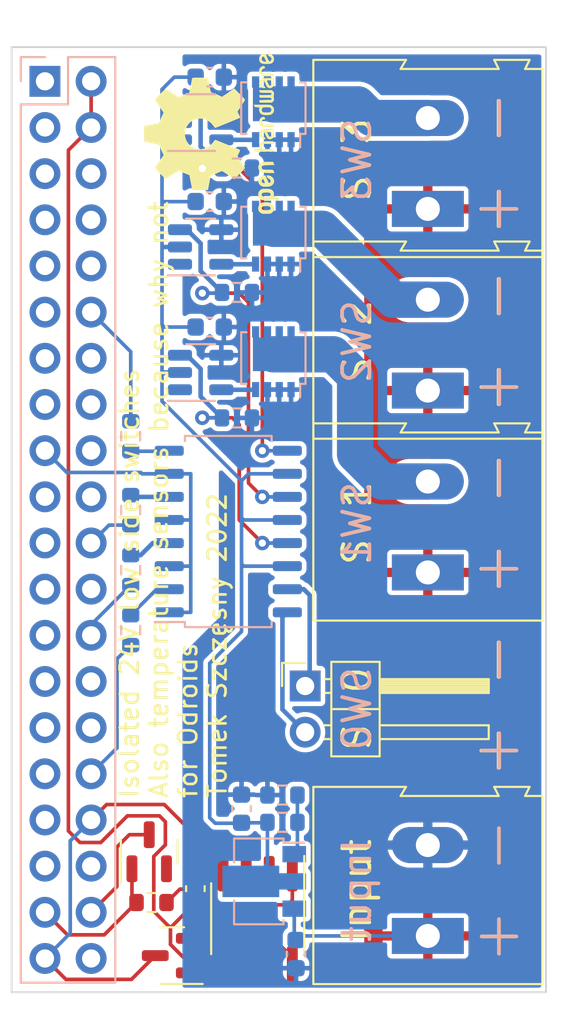
<source format=kicad_pcb>
(kicad_pcb (version 20211014) (generator pcbnew)
  (layers (0 "F.Cu" signal) (31 "B.Cu" signal) (34 "B.Paste" user) (35 "F.Paste" user) (36 "B.SilkS" user "B.Silkscreen") (37 "F.SilkS" user "F.Silkscreen") (38 "B.Mask" user) (39 "F.Mask" user) (44 "Edge.Cuts" user))
  (net 0 "")
  (net 1 "+12V")
  (net 2 "GNDPWR")
  (net 3 "+24V")
  (net 4 "GND")
  (net 5 "/ADC")
  (net 7 "+1V8")
  (net 8 "Net-(J7-Pad1)")
  (net 9 "Net-(J2-Pad2)")
  (net 10 "Net-(J3-Pad2)")
  (net 11 "+5V")
  (net 12 "Net-(J4-Pad2)")
  (net 15 "+3V3")
  (net 22 "/SW0")
  (net 24 "/SW1")
  (net 26 "/SW2")
  (net 28 "/SW3")
  (net 32 "Net-(J7-Pad2)")
  (net 33 "Net-(Q2-Pad4)")
  (net 34 "Net-(Q3-Pad4)")
  (net 35 "Net-(Q4-Pad4)")
  (net 40 "Net-(R6-Pad1)")
  (net 41 "Net-(R7-Pad1)")
  (net 42 "Net-(R8-Pad1)")
  (net 43 "Net-(R10-Pad2)")
  (net 53 "Net-(R11-Pad1)")
  (net 57 "Net-(R1-Pad2)")
  (net 58 "Net-(R2-Pad2)")
  (net 59 "Net-(R3-Pad2)")
  (net 67 "Net-(R4-Pad2)")
  (footprint "TerminalBlock:TerminalBlock_Altech_AK300-2_P5.00mm" (layer "F.Cu") (at 105.5 91.5 90)
    (fp_text reference "J6" hide)
    (fp_text value "Conn_01x02")
    (pad "1" thru_hole rect (at 0 0 90) (size 1.98 3.96) (drill 1.32) (layers *.Cu *.Mask) (net 3 "+24V"))
    (pad "2" thru_hole oval (at 5 0 90) (size 1.98 3.96) (drill 1.32) (layers *.Cu *.Mask) (net 2 "GNDPWR"))
  )
  (footprint "Symbol:OSHW-Logo2_9.8x8mm_SilkScreen" (layer "F.Cu") (at 93.599 47.371 90)
    (fp_text reference "LOGO1" hide)
    (fp_text value "Logo_Open_Hardware_Small" hide)
  )
  (footprint "Resistor_SMD:R_0603_1608Metric" (layer "F.Cu") (at 90.297 89.662 180)
    (fp_text reference "R11" hide)
    (fp_text value "100R")
    (pad "1" smd roundrect (at -0.825 0 180) (size 0.8 0.95) (layers "F.Cu" "F.Paste" "F.Mask") (net 53 "Net-(R11-Pad1)"))
    (pad "2" smd roundrect (at 0.825 0 180) (size 0.8 0.95) (layers "F.Cu" "F.Paste" "F.Mask") (net 5 "/ADC"))
  )
  (footprint "TerminalBlock:TerminalBlock_Altech_AK300-2_P5.00mm" (layer "F.Cu") (at 105.5 61.495 90)
    (fp_text reference "J3" hide)
    (fp_text value "Conn_01x02")
    (pad "1" thru_hole rect (at 0 0 90) (size 1.98 3.96) (drill 1.32) (layers *.Cu *.Mask) (net 3 "+24V"))
    (pad "2" thru_hole oval (at 5 0 90) (size 1.98 3.96) (drill 1.32) (layers *.Cu *.Mask) (net 10 "Net-(J3-Pad2)"))
  )
  (footprint "TerminalBlock:TerminalBlock_Altech_AK300-2_P5.00mm" (layer "F.Cu") (at 105.5 71.5 90)
    (fp_text reference "J2" hide)
    (fp_text value "Conn_01x02")
    (pad "1" thru_hole rect (at 0 0 90) (size 1.98 3.96) (drill 1.32) (layers *.Cu *.Mask) (net 3 "+24V"))
    (pad "2" thru_hole oval (at 5 0 90) (size 1.98 3.96) (drill 1.32) (layers *.Cu *.Mask) (net 9 "Net-(J2-Pad2)"))
  )
  (footprint "Package_TO_SOT_SMD:SOT-23" (layer "F.Cu") (at 91.44 92.583 180)
    (fp_text reference "U8" hide)
    (fp_text value "LM50CIM3")
    (pad "1" smd roundrect (at -0.9375 -0.95 180) (size 1.475 0.6) (layers "F.Cu" "F.Paste" "F.Mask") (net 11 "+5V"))
    (pad "2" smd roundrect (at -0.9375 0.95 180) (size 1.475 0.6) (layers "F.Cu" "F.Paste" "F.Mask") (net 53 "Net-(R11-Pad1)"))
    (pad "3" smd roundrect (at 0.9375 0 180) (size 1.475 0.6) (layers "F.Cu" "F.Paste" "F.Mask") (net 4 "GND"))
  )
  (footprint "Capacitor_SMD:C_0603_1608Metric" (layer "F.Cu") (at 92.71 88.9 90)
    (fp_text reference "C7" hide)
    (fp_text value "1u 10V")
    (pad "1" smd roundrect (at -0.775 0 90) (size 0.9 0.95) (layers "F.Cu" "F.Paste" "F.Mask") (net 11 "+5V"))
    (pad "2" smd roundrect (at 0.775 0 90) (size 0.9 0.95) (layers "F.Cu" "F.Paste" "F.Mask") (net 4 "GND"))
  )
  (footprint "Connector_PinHeader_2.54mm:PinHeader_1x02_P2.54mm_Horizontal" (layer "F.Cu") (at 98.75 77.75)
    (fp_text reference "J7" hide)
    (fp_text value "Conn_01x02")
    (pad "1" thru_hole rect (at 0 0) (size 1.7 1.7) (drill 1) (layers *.Cu *.Mask) (net 8 "Net-(J7-Pad1)"))
    (pad "2" thru_hole oval (at 0 2.54) (size 1.7 1.7) (drill 1) (layers *.Cu *.Mask) (net 32 "Net-(J7-Pad2)"))
  )
  (footprint "Package_SO:SOIC-8_3.9x4.9mm_P1.27mm" (layer "F.Cu") (at 96.139 90.551 -90)
    (fp_text reference "U9" hide)
    (fp_text value "LM35-D")
    (pad "1" smd roundrect (at -2.475 -1.905 270) (size 1.95 0.6) (layers "F.Cu" "F.Paste" "F.Mask") (net 53 "Net-(R11-Pad1)"))
    (pad "2" smd roundrect (at -2.475 -0.635 270) (size 1.95 0.6) (layers "F.Cu" "F.Paste" "F.Mask"))
    (pad "3" smd roundrect (at -2.475 0.635 270) (size 1.95 0.6) (layers "F.Cu" "F.Paste" "F.Mask"))
    (pad "4" smd roundrect (at -2.475 1.905 270) (size 1.95 0.6) (layers "F.Cu" "F.Paste" "F.Mask") (net 4 "GND"))
    (pad "5" smd roundrect (at 2.475 1.905 270) (size 1.95 0.6) (layers "F.Cu" "F.Paste" "F.Mask"))
    (pad "6" smd roundrect (at 2.475 0.635 270) (size 1.95 0.6) (layers "F.Cu" "F.Paste" "F.Mask"))
    (pad "7" smd roundrect (at 2.475 -0.635 270) (size 1.95 0.6) (layers "F.Cu" "F.Paste" "F.Mask"))
    (pad "8" smd roundrect (at 2.475 -1.905 270) (size 1.95 0.6) (layers "F.Cu" "F.Paste" "F.Mask") (net 11 "+5V"))
  )
  (footprint "Package_TO_SOT_SMD:SOT-23" (layer "F.Cu") (at 90.17 86.868 90)
    (fp_text reference "D1" hide)
    (fp_text value "BAT54C")
    (pad "1" smd roundrect (at -0.9375 -0.95 90) (size 1.475 0.6) (layers "F.Cu" "F.Paste" "F.Mask") (net 5 "/ADC"))
    (pad "2" smd roundrect (at -0.9375 0.95 90) (size 1.475 0.6) (layers "F.Cu" "F.Paste" "F.Mask"))
    (pad "3" smd roundrect (at 0.9375 0 90) (size 1.475 0.6) (layers "F.Cu" "F.Paste" "F.Mask") (net 7 "+1V8"))
  )
  (footprint "TerminalBlock:TerminalBlock_Altech_AK300-2_P5.00mm" (layer "F.Cu") (at 105.5 51.5 90)
    (fp_text reference "J4" hide)
    (fp_text value "Conn_01x02")
    (pad "1" thru_hole rect (at 0 0 90) (size 1.98 3.96) (drill 1.32) (layers *.Cu *.Mask) (net 3 "+24V"))
    (pad "2" thru_hole oval (at 5 0 90) (size 1.98 3.96) (drill 1.32) (layers *.Cu *.Mask) (net 12 "Net-(J4-Pad2)"))
  )
  (footprint "Package_TO_SOT_SMD:LFPAK33" (layer "B.Cu") (at 97 59.905 90)
    (fp_text reference "Q2" hide)
    (fp_text value "BUK7M10-40EX")
    (pad "1" smd rect (at -1.535 0.975 90) (size 0.83 0.4) (layers "B.Cu" "B.Mask") (net 2 "GNDPWR"))
    (pad "2" smd rect (at -1.535 0.325 90) (size 0.83 0.4) (layers "B.Cu" "B.Mask") (net 2 "GNDPWR"))
    (pad "3" smd rect (at -1.535 -0.325 90) (size 0.83 0.4) (layers "B.Cu" "B.Mask") (net 2 "GNDPWR"))
    (pad "4" smd rect (at -1.535 -0.975 90) (size 0.83 0.4) (layers "B.Cu" "B.Mask") (net 33 "Net-(Q2-Pad4)"))
    (pad "5" smd custom (at 0.405 0 90) (size 1.85 2.25) (layers "B.Cu" "B.Mask") (net 9 "Net-(J2-Pad2)") (options (clearance outline) (anchor rect)) (primitives (gr_poly (pts (xy 1.545 0.775) (xy 0.925 0.775) (xy 0.925 1.175) (xy 1.545 1.175)) (width 0) (fill yes)) (gr_poly (pts (xy 1.545 0.125) (xy 0.925 0.125) (xy 0.925 0.525) (xy 1.545 0.525)) (width 0) (fill yes)) (gr_poly (pts (xy 1.545 -0.525) (xy 0.925 -0.525) (xy 0.925 -0.125) (xy 1.545 -0.125)) (width 0) (fill yes)) (gr_poly (pts (xy 1.545 -1.175) (xy 0.925 -1.175) (xy 0.925 -0.775) (xy 1.545 -0.775)) (width 0) (fill yes))))
  )
  (footprint "Package_TO_SOT_SMD:LFPAK33" (layer "B.Cu") (at 97 53 90)
    (fp_text reference "Q3" hide)
    (fp_text value "BUK7M10-40EX")
    (pad "1" smd rect (at -1.535 0.975 90) (size 0.83 0.4) (layers "B.Cu" "B.Mask") (net 2 "GNDPWR"))
    (pad "2" smd rect (at -1.535 0.325 90) (size 0.83 0.4) (layers "B.Cu" "B.Mask") (net 2 "GNDPWR"))
    (pad "3" smd rect (at -1.535 -0.325 90) (size 0.83 0.4) (layers "B.Cu" "B.Mask") (net 2 "GNDPWR"))
    (pad "4" smd rect (at -1.535 -0.975 90) (size 0.83 0.4) (layers "B.Cu" "B.Mask") (net 34 "Net-(Q3-Pad4)"))
    (pad "5" smd custom (at 0.405 0 90) (size 1.85 2.25) (layers "B.Cu" "B.Mask") (net 10 "Net-(J3-Pad2)") (options (clearance outline) (anchor rect)) (primitives (gr_poly (pts (xy 1.545 0.775) (xy 0.925 0.775) (xy 0.925 1.175) (xy 1.545 1.175)) (width 0) (fill yes)) (gr_poly (pts (xy 1.545 0.125) (xy 0.925 0.125) (xy 0.925 0.525) (xy 1.545 0.525)) (width 0) (fill yes)) (gr_poly (pts (xy 1.545 -0.525) (xy 0.925 -0.525) (xy 0.925 -0.125) (xy 1.545 -0.125)) (width 0) (fill yes)) (gr_poly (pts (xy 1.545 -1.175) (xy 0.925 -1.175) (xy 0.925 -0.775) (xy 1.545 -0.775)) (width 0) (fill yes))))
  )
  (footprint "Package_TO_SOT_SMD:SOT-89-3" (layer "B.Cu") (at 96.5 88.5 180)
    (fp_text reference "U6" hide)
    (fp_text value "LM317L_SOT-89")
    (pad "1" smd rect (at -1.65 1.5 180) (size 1.3 0.9) (layers "B.Cu" "B.Paste" "B.Mask") (net 43 "Net-(R10-Pad2)"))
    (pad "2" smd custom (at -1.5625 0 180) (size 1.475 0.9) (layers "B.Cu" "B.Paste" "B.Mask") (net 1 "+12V") (options (clearance outline) (anchor rect)) (primitives (gr_poly (pts (xy 3.8625 -0.8665) (xy 0.7375 -0.8665) (xy 0.7375 0.8665) (xy 3.8625 0.8665)) (width 0) (fill yes))))
    (pad "3" smd rect (at -1.65 -1.5 180) (size 1.3 0.9) (layers "B.Cu" "B.Paste" "B.Mask") (net 3 "+24V"))
  )
  (footprint "Package_SO:SOIC-16_4.55x10.3mm_P1.27mm" (layer "B.Cu") (at 94.52 69.25)
    (fp_text reference "U1" hide)
    (fp_text value "TLP291-4")
    (pad "1" smd roundrect (at -3.25 4.445) (size 1.6 0.55) (layers "B.Cu" "B.Paste" "B.Mask") (net 15 "+3V3"))
    (pad "2" smd roundrect (at -3.25 3.175) (size 1.6 0.55) (layers "B.Cu" "B.Paste" "B.Mask") (net 57 "Net-(R1-Pad2)"))
    (pad "3" smd roundrect (at -3.25 1.905) (size 1.6 0.55) (layers "B.Cu" "B.Paste" "B.Mask") (net 15 "+3V3"))
    (pad "4" smd roundrect (at -3.25 0.635) (size 1.6 0.55) (layers "B.Cu" "B.Paste" "B.Mask") (net 58 "Net-(R2-Pad2)"))
    (pad "5" smd roundrect (at -3.25 -0.635) (size 1.6 0.55) (layers "B.Cu" "B.Paste" "B.Mask") (net 15 "+3V3"))
    (pad "6" smd roundrect (at -3.25 -1.905) (size 1.6 0.55) (layers "B.Cu" "B.Paste" "B.Mask") (net 59 "Net-(R3-Pad2)"))
    (pad "7" smd roundrect (at -3.25 -3.175) (size 1.6 0.55) (layers "B.Cu" "B.Paste" "B.Mask") (net 15 "+3V3"))
    (pad "8" smd roundrect (at -3.25 -4.445) (size 1.6 0.55) (layers "B.Cu" "B.Paste" "B.Mask") (net 67 "Net-(R4-Pad2)"))
    (pad "9" smd roundrect (at 3.25 -4.445) (size 1.6 0.55) (layers "B.Cu" "B.Paste" "B.Mask") (net 42 "Net-(R8-Pad1)"))
    (pad "10" smd roundrect (at 3.25 -3.175) (size 1.6 0.55) (layers "B.Cu" "B.Paste" "B.Mask") (net 1 "+12V"))
    (pad "11" smd roundrect (at 3.25 -1.905) (size 1.6 0.55) (layers "B.Cu" "B.Paste" "B.Mask") (net 41 "Net-(R7-Pad1)"))
    (pad "12" smd roundrect (at 3.25 -0.635) (size 1.6 0.55) (layers "B.Cu" "B.Paste" "B.Mask") (net 1 "+12V"))
    (pad "13" smd roundrect (at 3.25 0.635) (size 1.6 0.55) (layers "B.Cu" "B.Paste" "B.Mask") (net 40 "Net-(R6-Pad1)"))
    (pad "14" smd roundrect (at 3.25 1.905) (size 1.6 0.55) (layers "B.Cu" "B.Paste" "B.Mask") (net 1 "+12V"))
    (pad "15" smd roundrect (at 3.25 3.175) (size 1.6 0.55) (layers "B.Cu" "B.Paste" "B.Mask") (net 8 "Net-(J7-Pad1)"))
    (pad "16" smd roundrect (at 3.25 4.445) (size 1.6 0.55) (layers "B.Cu" "B.Paste" "B.Mask") (net 32 "Net-(J7-Pad2)"))
  )
  (footprint "Capacitor_SMD:C_0603_1608Metric" (layer "B.Cu") (at 93.5 51.095)
    (fp_text reference "C3" hide)
    (fp_text value "100n 25V")
    (pad "1" smd roundrect (at -0.775 0) (size 0.9 0.95) (layers "B.Cu" "B.Paste" "B.Mask") (net 1 "+12V"))
    (pad "2" smd roundrect (at 0.775 0) (size 0.9 0.95) (layers "B.Cu" "B.Paste" "B.Mask") (net 2 "GNDPWR"))
  )
  (footprint "Package_TO_SOT_SMD:SOT-23-5" (layer "B.Cu") (at 93 46.75)
    (fp_text reference "U5" hide)
    (fp_text value "MCP1416")
    (pad "1" smd roundrect (at -1.1375 0.95) (size 1.325 0.6) (layers "B.Cu" "B.Paste" "B.Mask"))
    (pad "2" smd roundrect (at -1.1375 0) (size 1.325 0.6) (layers "B.Cu" "B.Paste" "B.Mask") (net 1 "+12V"))
    (pad "3" smd roundrect (at -1.1375 -0.95) (size 1.325 0.6) (layers "B.Cu" "B.Paste" "B.Mask") (net 42 "Net-(R8-Pad1)"))
    (pad "4" smd roundrect (at 1.1375 -0.95) (size 1.325 0.6) (layers "B.Cu" "B.Paste" "B.Mask") (net 2 "GNDPWR"))
    (pad "5" smd roundrect (at 1.1375 0.95) (size 1.325 0.6) (layers "B.Cu" "B.Paste" "B.Mask") (net 35 "Net-(Q4-Pad4)"))
  )
  (footprint "Package_TO_SOT_SMD:LFPAK33" (layer "B.Cu") (at 97 46.155 90)
    (fp_text reference "Q4" hide)
    (fp_text value "BUK7M10-40EX")
    (pad "1" smd rect (at -1.535 0.975 90) (size 0.83 0.4) (layers "B.Cu" "B.Mask") (net 2 "GNDPWR"))
    (pad "2" smd rect (at -1.535 0.325 90) (size 0.83 0.4) (layers "B.Cu" "B.Mask") (net 2 "GNDPWR"))
    (pad "3" smd rect (at -1.535 -0.325 90) (size 0.83 0.4) (layers "B.Cu" "B.Mask") (net 2 "GNDPWR"))
    (pad "4" smd rect (at -1.535 -0.975 90) (size 0.83 0.4) (layers "B.Cu" "B.Mask") (net 35 "Net-(Q4-Pad4)"))
    (pad "5" smd custom (at 0.405 0 90) (size 1.85 2.25) (layers "B.Cu" "B.Mask") (net 12 "Net-(J4-Pad2)") (options (clearance outline) (anchor rect)) (primitives (gr_poly (pts (xy 1.545 0.775) (xy 0.925 0.775) (xy 0.925 1.175) (xy 1.545 1.175)) (width 0) (fill yes)) (gr_poly (pts (xy 1.545 0.125) (xy 0.925 0.125) (xy 0.925 0.525) (xy 1.545 0.525)) (width 0) (fill yes)) (gr_poly (pts (xy 1.545 -0.525) (xy 0.925 -0.525) (xy 0.925 -0.125) (xy 1.545 -0.125)) (width 0) (fill yes)) (gr_poly (pts (xy 1.545 -1.175) (xy 0.925 -1.175) (xy 0.925 -0.775) (xy 1.545 -0.775)) (width 0) (fill yes))))
  )
  (footprint "Package_TO_SOT_SMD:SOT-23-5" (layer "B.Cu") (at 93 53.595)
    (fp_text reference "U4" hide)
    (fp_text value "MCP1416")
    (pad "1" smd roundrect (at -1.1375 0.95) (size 1.325 0.6) (layers "B.Cu" "B.Paste" "B.Mask"))
    (pad "2" smd roundrect (at -1.1375 0) (size 1.325 0.6) (layers "B.Cu" "B.Paste" "B.Mask") (net 1 "+12V"))
    (pad "3" smd roundrect (at -1.1375 -0.95) (size 1.325 0.6) (layers "B.Cu" "B.Paste" "B.Mask") (net 41 "Net-(R7-Pad1)"))
    (pad "4" smd roundrect (at 1.1375 -0.95) (size 1.325 0.6) (layers "B.Cu" "B.Paste" "B.Mask") (net 2 "GNDPWR"))
    (pad "5" smd roundrect (at 1.1375 0.95) (size 1.325 0.6) (layers "B.Cu" "B.Paste" "B.Mask") (net 34 "Net-(Q3-Pad4)"))
  )
  (footprint "Resistor_SMD:R_0603_1608Metric" (layer "B.Cu") (at 89.154 71.374 90)
    (fp_text reference "R2" hide)
    (fp_text value "1k")
    (pad "1" smd roundrect (at -0.825 0 90) (size 0.8 0.95) (layers "B.Cu" "B.Paste" "B.Mask") (net 24 "/SW1"))
    (pad "2" smd roundrect (at 0.825 0 90) (size 0.8 0.95) (layers "B.Cu" "B.Paste" "B.Mask") (net 58 "Net-(R2-Pad2)"))
  )
  (footprint "Capacitor_SMD:C_0603_1608Metric" (layer "B.Cu") (at 95.25 84.5 90)
    (fp_text reference "C6" hide)
    (fp_text value "1u 25V")
    (pad "1" smd roundrect (at -0.775 0 90) (size 0.9 0.95) (layers "B.Cu" "B.Paste" "B.Mask") (net 1 "+12V"))
    (pad "2" smd roundrect (at 0.775 0 90) (size 0.9 0.95) (layers "B.Cu" "B.Paste" "B.Mask") (net 2 "GNDPWR"))
  )
  (footprint "Package_TO_SOT_SMD:SOT-23-5" (layer "B.Cu") (at 93 60.5)
    (fp_text reference "U3" hide)
    (fp_text value "MCP1416")
    (pad "1" smd roundrect (at -1.1375 0.95) (size 1.325 0.6) (layers "B.Cu" "B.Paste" "B.Mask"))
    (pad "2" smd roundrect (at -1.1375 0) (size 1.325 0.6) (layers "B.Cu" "B.Paste" "B.Mask") (net 1 "+12V"))
    (pad "3" smd roundrect (at -1.1375 -0.95) (size 1.325 0.6) (layers "B.Cu" "B.Paste" "B.Mask") (net 40 "Net-(R6-Pad1)"))
    (pad "4" smd roundrect (at 1.1375 -0.95) (size 1.325 0.6) (layers "B.Cu" "B.Paste" "B.Mask") (net 2 "GNDPWR"))
    (pad "5" smd roundrect (at 1.1375 0.95) (size 1.325 0.6) (layers "B.Cu" "B.Paste" "B.Mask") (net 33 "Net-(Q2-Pad4)"))
  )
  (footprint "Capacitor_SMD:C_0603_1608Metric" (layer "B.Cu") (at 93.5 58)
    (fp_text reference "C2" hide)
    (fp_text value "100n 25V")
    (pad "1" smd roundrect (at -0.775 0) (size 0.9 0.95) (layers "B.Cu" "B.Paste" "B.Mask") (net 1 "+12V"))
    (pad "2" smd roundrect (at 0.775 0) (size 0.9 0.95) (layers "B.Cu" "B.Paste" "B.Mask") (net 2 "GNDPWR"))
  )
  (footprint "Resistor_SMD:R_0603_1608Metric" (layer "B.Cu") (at 95 56.095)
    (fp_text reference "R7" hide)
    (fp_text value "10k")
    (pad "1" smd roundrect (at -0.825 0) (size 0.8 0.95) (layers "B.Cu" "B.Paste" "B.Mask") (net 41 "Net-(R7-Pad1)"))
    (pad "2" smd roundrect (at 0.825 0) (size 0.8 0.95) (layers "B.Cu" "B.Paste" "B.Mask") (net 2 "GNDPWR"))
  )
  (footprint "Resistor_SMD:R_0603_1608Metric" (layer "B.Cu") (at 97.5 85.25 180)
    (fp_text reference "R9" hide)
    (fp_text value "1k5")
    (pad "1" smd roundrect (at -0.825 0 180) (size 0.8 0.95) (layers "B.Cu" "B.Paste" "B.Mask") (net 43 "Net-(R10-Pad2)"))
    (pad "2" smd roundrect (at 0.825 0 180) (size 0.8 0.95) (layers "B.Cu" "B.Paste" "B.Mask") (net 1 "+12V"))
  )
  (footprint "Capacitor_SMD:C_0603_1608Metric" (layer "B.Cu") (at 93.5 44.25)
    (fp_text reference "C4" hide)
    (fp_text value "100n 25V")
    (pad "1" smd roundrect (at -0.775 0) (size 0.9 0.95) (layers "B.Cu" "B.Paste" "B.Mask") (net 1 "+12V"))
    (pad "2" smd roundrect (at 0.775 0) (size 0.9 0.95) (layers "B.Cu" "B.Paste" "B.Mask") (net 2 "GNDPWR"))
  )
  (footprint "Connector_PinSocket_2.54mm:PinSocket_2x20_P2.54mm_Vertical" (layer "B.Cu") (at 84.435 44.48 180)
    (fp_text reference "J5" hide)
    (fp_text value "SBC GPIO")
    (pad "1" thru_hole rect (at 0 0 180) (size 1.7 1.7) (drill 1) (layers *.Cu *.Mask))
    (pad "2" thru_hole oval (at -2.54 0 180) (size 1.7 1.7) (drill 1) (layers *.Cu *.Mask) (net 11 "+5V"))
    (pad "3" thru_hole oval (at 0 -2.54 180) (size 1.7 1.7) (drill 1) (layers *.Cu *.Mask))
    (pad "4" thru_hole oval (at -2.54 -2.54 180) (size 1.7 1.7) (drill 1) (layers *.Cu *.Mask) (net 11 "+5V"))
    (pad "5" thru_hole oval (at 0 -5.08 180) (size 1.7 1.7) (drill 1) (layers *.Cu *.Mask))
    (pad "6" thru_hole oval (at -2.54 -5.08 180) (size 1.7 1.7) (drill 1) (layers *.Cu *.Mask))
    (pad "7" thru_hole oval (at 0 -7.62 180) (size 1.7 1.7) (drill 1) (layers *.Cu *.Mask))
    (pad "8" thru_hole oval (at -2.54 -7.62 180) (size 1.7 1.7) (drill 1) (layers *.Cu *.Mask))
    (pad "9" thru_hole oval (at 0 -10.16 180) (size 1.7 1.7) (drill 1) (layers *.Cu *.Mask))
    (pad "10" thru_hole oval (at -2.54 -10.16 180) (size 1.7 1.7) (drill 1) (layers *.Cu *.Mask))
    (pad "11" thru_hole oval (at 0 -12.7 180) (size 1.7 1.7) (drill 1) (layers *.Cu *.Mask))
    (pad "12" thru_hole oval (at -2.54 -12.7 180) (size 1.7 1.7) (drill 1) (layers *.Cu *.Mask) (net 28 "/SW3"))
    (pad "13" thru_hole oval (at 0 -15.24 180) (size 1.7 1.7) (drill 1) (layers *.Cu *.Mask))
    (pad "14" thru_hole oval (at -2.54 -15.24 180) (size 1.7 1.7) (drill 1) (layers *.Cu *.Mask))
    (pad "15" thru_hole oval (at 0 -17.78 180) (size 1.7 1.7) (drill 1) (layers *.Cu *.Mask))
    (pad "16" thru_hole oval (at -2.54 -17.78 180) (size 1.7 1.7) (drill 1) (layers *.Cu *.Mask))
    (pad "17" thru_hole oval (at 0 -20.32 180) (size 1.7 1.7) (drill 1) (layers *.Cu *.Mask) (net 15 "+3V3"))
    (pad "18" thru_hole oval (at -2.54 -20.32 180) (size 1.7 1.7) (drill 1) (layers *.Cu *.Mask))
    (pad "19" thru_hole oval (at 0 -22.86 180) (size 1.7 1.7) (drill 1) (layers *.Cu *.Mask))
    (pad "20" thru_hole oval (at -2.54 -22.86 180) (size 1.7 1.7) (drill 1) (layers *.Cu *.Mask))
    (pad "21" thru_hole oval (at 0 -25.4 180) (size 1.7 1.7) (drill 1) (layers *.Cu *.Mask))
    (pad "22" thru_hole oval (at -2.54 -25.4 180) (size 1.7 1.7) (drill 1) (layers *.Cu *.Mask) (net 26 "/SW2"))
    (pad "23" thru_hole oval (at 0 -27.94 180) (size 1.7 1.7) (drill 1) (layers *.Cu *.Mask))
    (pad "24" thru_hole oval (at -2.54 -27.94 180) (size 1.7 1.7) (drill 1) (layers *.Cu *.Mask))
    (pad "25" thru_hole oval (at 0 -30.48 180) (size 1.7 1.7) (drill 1) (layers *.Cu *.Mask))
    (pad "26" thru_hole oval (at -2.54 -30.48 180) (size 1.7 1.7) (drill 1) (layers *.Cu *.Mask) (net 24 "/SW1"))
    (pad "27" thru_hole oval (at 0 -33.02 180) (size 1.7 1.7) (drill 1) (layers *.Cu *.Mask))
    (pad "28" thru_hole oval (at -2.54 -33.02 180) (size 1.7 1.7) (drill 1) (layers *.Cu *.Mask))
    (pad "29" thru_hole oval (at 0 -35.56 180) (size 1.7 1.7) (drill 1) (layers *.Cu *.Mask))
    (pad "30" thru_hole oval (at -2.54 -35.56 180) (size 1.7 1.7) (drill 1) (layers *.Cu *.Mask))
    (pad "31" thru_hole oval (at 0 -38.1 180) (size 1.7 1.7) (drill 1) (layers *.Cu *.Mask))
    (pad "32" thru_hole oval (at -2.54 -38.1 180) (size 1.7 1.7) (drill 1) (layers *.Cu *.Mask) (net 22 "/SW0"))
    (pad "33" thru_hole oval (at 0 -40.64 180) (size 1.7 1.7) (drill 1) (layers *.Cu *.Mask))
    (pad "34" thru_hole oval (at -2.54 -40.64 180) (size 1.7 1.7) (drill 1) (layers *.Cu *.Mask) (net 4 "GND"))
    (pad "35" thru_hole oval (at 0 -43.18 180) (size 1.7 1.7) (drill 1) (layers *.Cu *.Mask))
    (pad "36" thru_hole oval (at -2.54 -43.18 180) (size 1.7 1.7) (drill 1) (layers *.Cu *.Mask))
    (pad "37" thru_hole oval (at 0 -45.72 180) (size 1.7 1.7) (drill 1) (layers *.Cu *.Mask) (net 5 "/ADC"))
    (pad "38" thru_hole oval (at -2.54 -45.72 180) (size 1.7 1.7) (drill 1) (layers *.Cu *.Mask) (net 7 "+1V8"))
    (pad "39" thru_hole oval (at 0 -48.26 180) (size 1.7 1.7) (drill 1) (layers *.Cu *.Mask) (net 4 "GND"))
    (pad "40" thru_hole oval (at -2.54 -48.26 180) (size 1.7 1.7) (drill 1) (layers *.Cu *.Mask))
  )
  (footprint "Resistor_SMD:R_0603_1608Metric" (layer "B.Cu") (at 89.154 64.008 -90)
    (fp_text reference "R4" hide)
    (fp_text value "1k")
    (pad "1" smd roundrect (at -0.825 0 270) (size 0.8 0.95) (layers "B.Cu" "B.Paste" "B.Mask") (net 28 "/SW3"))
    (pad "2" smd roundrect (at 0.825 0 270) (size 0.8 0.95) (layers "B.Cu" "B.Paste" "B.Mask") (net 67 "Net-(R4-Pad2)"))
  )
  (footprint "Resistor_SMD:R_0603_1608Metric" (layer "B.Cu") (at 95 49.25)
    (fp_text reference "R8" hide)
    (fp_text value "10k")
    (pad "1" smd roundrect (at -0.825 0) (size 0.8 0.95) (layers "B.Cu" "B.Paste" "B.Mask") (net 42 "Net-(R8-Pad1)"))
    (pad "2" smd roundrect (at 0.825 0) (size 0.8 0.95) (layers "B.Cu" "B.Paste" "B.Mask") (net 2 "GNDPWR"))
  )
  (footprint "Resistor_SMD:R_0603_1608Metric" (layer "B.Cu") (at 89.154 74.676 90)
    (fp_text reference "R1" hide)
    (fp_text value "1k")
    (pad "1" smd roundrect (at -0.825 0 90) (size 0.8 0.95) (layers "B.Cu" "B.Paste" "B.Mask") (net 22 "/SW0"))
    (pad "2" smd roundrect (at 0.825 0 90) (size 0.8 0.95) (layers "B.Cu" "B.Paste" "B.Mask") (net 57 "Net-(R1-Pad2)"))
  )
  (footprint "Resistor_SMD:R_0603_1608Metric" (layer "B.Cu") (at 89.154 68.072 90)
    (fp_text reference "R3" hide)
    (fp_text value "1k")
    (pad "1" smd roundrect (at -0.825 0 90) (size 0.8 0.95) (layers "B.Cu" "B.Paste" "B.Mask") (net 26 "/SW2"))
    (pad "2" smd roundrect (at 0.825 0 90) (size 0.8 0.95) (layers "B.Cu" "B.Paste" "B.Mask") (net 59 "Net-(R3-Pad2)"))
  )
  (footprint "Resistor_SMD:R_0603_1608Metric" (layer "B.Cu") (at 97.5 83.75)
    (fp_text reference "R10" hide)
    (fp_text value "13k")
    (pad "1" smd roundrect (at -0.825 0) (size 0.8 0.95) (layers "B.Cu" "B.Paste" "B.Mask") (net 2 "GNDPWR"))
    (pad "2" smd roundrect (at 0.825 0) (size 0.8 0.95) (layers "B.Cu" "B.Paste" "B.Mask") (net 43 "Net-(R10-Pad2)"))
  )
  (footprint "Resistor_SMD:R_0603_1608Metric" (layer "B.Cu") (at 95 63)
    (fp_text reference "R6" hide)
    (fp_text value "10k")
    (pad "1" smd roundrect (at -0.825 0) (size 0.8 0.95) (layers "B.Cu" "B.Paste" "B.Mask") (net 40 "Net-(R6-Pad1)"))
    (pad "2" smd roundrect (at 0.825 0) (size 0.8 0.95) (layers "B.Cu" "B.Paste" "B.Mask") (net 2 "GNDPWR"))
  )
  (footprint "Capacitor_SMD:C_0603_1608Metric" (layer "B.Cu") (at 98.25 92.5 -90)
    (fp_text reference "C5" hide)
    (fp_text value "100n 50V")
    (pad "1" smd roundrect (at -0.775 0 270) (size 0.9 0.95) (layers "B.Cu" "B.Paste" "B.Mask") (net 3 "+24V"))
    (pad "2" smd roundrect (at 0.775 0 270) (size 0.9 0.95) (layers "B.Cu" "B.Paste" "B.Mask") (net 2 "GNDPWR"))
  )
  (gr_rect (start 82.6 42.6) (end 112 94.6) (layer "Edge.Cuts") (width 0.1) (fill none))
  (gr_text "+ -" (at 109.625 68.8 270) (layer "B.SilkS") (effects (font (size 2.5 2.5) (thickness 0.2)) (justify mirror)))
  (gr_text "+ -" (at 109.625 49 270) (layer "B.SilkS") (effects (font (size 2.5 2.5) (thickness 0.2)) (justify mirror)))
  (gr_text "SW0" (at 101.6 79 90) (layer "B.SilkS") (effects (font (size 1.5 1.5) (thickness 0.2)) (justify mirror)))
  (gr_text "SW1" (at 101.6 68.8 90) (layer "B.SilkS") (effects (font (size 1.5 1.5) (thickness 0.2)) (justify mirror)))
  (gr_text "SW3" (at 101.6 48.8 90) (layer "B.SilkS") (effects (font (size 1.5 1.5) (thickness 0.2)) (justify mirror)))
  (gr_text "Input" (at 101.6 89 90) (layer "B.SilkS") (effects (font (size 1.5 1.5) (thickness 0.2)) (justify mirror)))
  (gr_text "SW2" (at 101.6 58.8 90) (layer "B.SilkS") (effects (font (size 1.5 1.5) (thickness 0.2)) (justify mirror)))
  (gr_text "+ -" (at 109.625 78.8 270) (layer "B.SilkS") (effects (font (size 2.5 2.5) (thickness 0.2)) (justify mirror)))
  (gr_text "+ -" (at 109.625 58.8 270) (layer "B.SilkS") (effects (font (size 2.5 2.5) (thickness 0.2)) (justify mirror)))
  (gr_text "+ -" (at 109.605 89.027 270) (layer "B.SilkS") (effects (font (size 2.5 2.5) (thickness 0.2)) (justify mirror)))
  (gr_text "SW3" (at 101.6 48.8 90) (layer "F.SilkS") (effects (font (size 1.5 1.5) (thickness 0.2))))
  (gr_text "Isolated 24V low side switches\nAlso temperature sensors because why not\nfor Odroids\nTomek Szczęsny 2022" (at 91.5 84 90) (layer "F.SilkS") (effects (font (size 1 1)) (justify left)))
  (gr_text "+ -" (at 109.2 49 90) (layer "F.SilkS") (effects (font (size 2.5 2.5) (thickness 0.2))))
  (gr_text "SW0" (at 101.6 79 90) (layer "F.SilkS") (effects (font (size 1.5 1.5) (thickness 0.2))))
  (gr_text "+ -" (at 109.22 89.027 90) (layer "F.SilkS") (effects (font (size 2.5 2.5) (thickness 0.2))))
  (gr_text "+ -" (at 109.2 68.8 90) (layer "F.SilkS") (effects (font (size 2.5 2.5) (thickness 0.2))))
  (gr_text "SW1" (at 101.6 68.8 90) (layer "F.SilkS") (effects (font (size 1.5 1.5) (thickness 0.2))))
  (gr_text "SW2" (at 101.6 58.8 90) (layer "F.SilkS") (effects (font (size 1.5 1.5) (thickness 0.2))))
  (gr_text "Input" (at 101.6 89 90) (layer "F.SilkS") (effects (font (size 1.5 1.5) (thickness 0.2))))
  (gr_text "+ -" (at 109.2 58.8 90) (layer "F.SilkS") (effects (font (size 2.5 2.5) (thickness 0.2))))
  (gr_text "+ -" (at 109.2 78.8 90) (layer "F.SilkS") (effects (font (size 2.5 2.5) (thickness 0.2))))
  (segment (start 90.875 53.625) (end 90.875 51.125) (width 0.2) (layer "B.Cu") (net 1))
  (segment (start 95.377 68.615) (end 95.25 68.488) (width 0.2) (layer "B.Cu") (net 1))
  (segment (start 95.225 85.3) (end 93.8 85.3) (width 0.2) (layer "B.Cu") (net 1))
  (segment (start 95.25 70.75) (end 95.25 68.488) (width 0.2) (layer "B.Cu") (net 1))
  (segment (start 91 60.5) (end 90.875 60.625) (width 0.25) (layer "B.Cu") (net 1))
  (segment (start 90.875 62.081) (end 90.875 60.625) (width 0.2) (layer "B.Cu") (net 1))
  (segment (start 96.675 87.525) (end 96.6 87.6) (width 0.2) (layer "B.Cu") (net 1))
  (segment (start 90.875 58.625) (end 90.875 57.875) (width 0.2) (layer "B.Cu") (net 1))
  (segment (start 92.7 51.1) (end 90.9 51.1) (width 0.2) (layer "B.Cu") (net 1))
  (segment (start 95.25 68.488) (end 95.25 66.456) (width 0.2) (layer "B.Cu") (net 1))
  (segment (start 96.675 85.25) (end 96.675 87.525) (width 0.2) (layer "B.Cu") (net 1))
  (segment (start 91 58) (end 90.875 57.875) (width 0.2) (layer "B.Cu") (net 1))
  (segment (start 90.875 57.875) (end 90.875 53.625) (width 0.2) (layer "B.Cu") (net 1))
  (segment (start 91.8625 60.5) (end 91 60.5) (width 0.25) (layer "B.Cu") (net 1))
  (segment (start 91.8625 53.595) (end 90.905 53.595) (width 0.25) (layer "B.Cu") (net 1))
  (segment (start 91.8625 46.75) (end 91.513604 46.75) (width 0.2) (layer "B.Cu") (net 1))
  (segment (start 93.5 76.5) (end 95.25 74.75) (width 0.2) (layer "B.Cu") (net 1))
  (segment (start 91.55 44.25) (end 90.875 44.925) (width 0.2) (layer "B.Cu") (net 1))
  (segment (start 97.77 71.155) (end 95.377 71.155) (width 0.2) (layer "B.Cu") (net 1))
  (segment (start 95.377 71.155) (end 95.25 71.028) (width 0.2) (layer "B.Cu") (net 1))
  (segment (start 95.25 74.75) (end 95.25 70.75) (width 0.2) (layer "B.Cu") (net 1))
  (segment (start 90.875 51.125) (end 90.875 44.925) (width 0.2) (layer "B.Cu") (net 1))
  (segment (start 95.25 66.456) (end 90.875 62.081) (width 0.2) (layer "B.Cu") (net 1))
  (segment (start 90.875 59.875) (end 90.875 58.625) (width 0.2) (layer "B.Cu") (net 1))
  (segment (start 97.77 68.615) (end 95.377 68.615) (width 0.2) (layer "B.Cu") (net 1))
  (segment (start 96.6 87.6) (end 97.5 88.5) (width 0.2) (layer "B.Cu") (net 1))
  (segment (start 92.7 58) (end 91 58) (width 0.2) (layer "B.Cu") (net 1))
  (segment (start 95.25 66.456) (end 95.631 66.075) (width 0.2) (layer "B.Cu") (net 1))
  (segment (start 91.8375 60.5) (end 91.488604 60.5) (width 0.2) (layer "B.Cu") (net 1))
  (segment (start 90.875 44.925) (end 90.9 44.9) (width 0.2) (layer "B.Cu") (net 1))
  (segment (start 93.5 85) (end 93.5 76.5) (width 0.2) (layer "B.Cu") (net 1))
  (segment (start 90.9 46.136396) (end 90.9 44.9) (width 0.2) (layer "B.Cu") (net 1))
  (segment (start 93.8 85.3) (end 93.5 85) (width 0.2) (layer "B.Cu") (net 1))
  (segment (start 91.8375 53.6) (end 91.488604 53.6) (width 0.2) (layer "B.Cu") (net 1))
  (segment (start 90.875 60.625) (end 90.875 59.875) (width 0.2) (layer "B.Cu") (net 1))
  (segment (start 96.65 85.275) (end 96.675 85.25) (width 0.2) (layer "B.Cu") (net 1))
  (segment (start 90.875 52.986396) (end 90.875 51.586) (width 0.2) (layer "B.Cu") (net 1))
  (segment (start 92.725 44.25) (end 91.55 44.25) (width 0.2) (layer "B.Cu") (net 1))
  (segment (start 91.513604 46.75) (end 90.9 46.136396) (width 0.2) (layer "B.Cu") (net 1))
  (segment (start 95.631 66.075) (end 97.77 66.075) (width 0.2) (layer "B.Cu") (net 1))
  (segment (start 90.875 59.886396) (end 90.875 59.875) (width 0.2) (layer "B.Cu") (net 1))
  (segment (start 95.25 71.028) (end 95.25 70.75) (width 0.2) (layer "B.Cu") (net 1))
  (segment (start 90.9 51.1) (end 90.875 51.125) (width 0.2) (layer "B.Cu") (net 1))
  (segment (start 97.5 88.5) (end 98.0625 88.5) (width 0.2) (layer "B.Cu") (net 1))
  (segment (start 95.25 85.275) (end 96.65 85.275) (width 0.2) (layer "B.Cu") (net 1))
  (segment (start 95.25 85.275) (end 95.225 85.3) (width 0.2) (layer "B.Cu") (net 1))
  (segment (start 98.15 90) (end 98.15 91.625) (width 0.2) (layer "B.Cu") (net 3))
  (segment (start 105.5 91.5) (end 98.475 91.5) (width 0.2) (layer "B.Cu") (net 3))
  (segment (start 98.15 91.625) (end 98.25 91.725) (width 0.2) (layer "B.Cu") (net 3))
  (segment (start 98.475 91.5) (end 98.25 91.725) (width 0.2) (layer "B.Cu") (net 3))
  (segment (start 91.001 84.27) (end 92.71 85.979) (width 0.2) (layer "F.Cu") (net 4))
  (segment (start 90.5025 92.583) (end 90.422 92.5025) (width 0.2) (layer "F.Cu") (net 4))
  (segment (start 94.107 86.614) (end 94.234 86.741) (width 0.2) (layer "F.Cu") (net 4))
  (segment (start 94.234 86.741) (end 94.234 88.076) (width 0.2) (layer "F.Cu") (net 4))
  (segment (start 89.1955 93.89) (end 90.5025 92.583) (width 0.2) (layer "F.Cu") (net 4))
  (segment (start 85.585 93.89) (end 89.1955 93.89) (width 0.2) (layer "F.Cu") (net 4))
  (segment (start 92.71 85.979) (end 92.71 86.614) (width 0.2) (layer "F.Cu") (net 4))
  (segment (start 86.975 85.12) (end 87.825 84.27) (width 0.2) (layer "F.Cu") (net 4))
  (segment (start 84.435 92.74) (end 85.585 93.89) (width 0.2) (layer "F.Cu") (net 4))
  (segment (start 87.825 84.27) (end 91.001 84.27) (width 0.2) (layer "F.Cu") (net 4))
  (segment (start 92.71 88.125) (end 92.71 86.614) (width 0.2) (layer "F.Cu") (net 4))
  (segment (start 92.71 86.614) (end 94.107 86.614) (width 0.2) (layer "F.Cu") (net 4))
  (segment (start 85.825 86.27) (end 86.975 85.12) (width 0.2) (layer "B.Cu") (net 4))
  (segment (start 84.435 92.74) (end 85.825 91.35) (width 0.2) (layer "B.Cu") (net 4))
  (segment (start 85.825 91.35) (end 85.825 86.27) (width 0.2) (layer "B.Cu") (net 4))
  (segment (start 89.22 87.8055) (end 89.22 89.41) (width 0.2) (layer "F.Cu") (net 5))
  (segment (start 84.435 90.2) (end 85.675 91.44) (width 0.2) (layer "F.Cu") (net 5))
  (segment (start 89.22 89.41) (end 89.472 89.662) (width 0.2) (layer "F.Cu") (net 5))
  (segment (start 85.675 91.44) (end 87.694 91.44) (width 0.2) (layer "F.Cu") (net 5))
  (segment (start 87.694 91.44) (end 89.472 89.662) (width 0.2) (layer "F.Cu") (net 5))
  (segment (start 86.975 90.2) (end 88.392 88.783) (width 0.2) (layer "F.Cu") (net 7))
  (segment (start 88.392 88.783) (end 88.392 86.614) (width 0.2) (layer "F.Cu") (net 7))
  (segment (start 88.392 86.614) (end 89.0755 85.9305) (width 0.2) (layer "F.Cu") (net 7))
  (segment (start 89.0755 85.9305) (end 90.17 85.9305) (width 0.2) (layer "F.Cu") (net 7))
  (segment (start 99 72.75) (end 98.675 72.425) (width 0.25) (layer "B.Cu") (net 8))
  (segment (start 98.675 72.425) (end 97.77 72.425) (width 0.25) (layer "B.Cu") (net 8))
  (segment (start 99 77.5) (end 99 72.75) (width 0.25) (layer "B.Cu") (net 8))
  (segment (start 98.75 77.75) (end 99 77.5) (width 0.25) (layer "B.Cu") (net 8))
  (segment (start 101.5 60.7) (end 101.5 65) (width 2) (layer "B.Cu") (net 9))
  (segment (start 97 59.5) (end 100.3 59.5) (width 2) (layer "B.Cu") (net 9))
  (segment (start 100.3 59.5) (end 101.5 60.7) (width 2) (layer "B.Cu") (net 9))
  (segment (start 101.5 65) (end 103 66.5) (width 2) (layer "B.Cu") (net 9))
  (segment (start 103 66.5) (end 105.5 66.5) (width 2) (layer "B.Cu") (net 9))
  (segment (start 97 52.595) (end 99.695 52.595) (width 2) (layer "B.Cu") (net 10))
  (segment (start 103.595 56.495) (end 105.5 56.495) (width 2) (layer "B.Cu") (net 10))
  (segment (start 99.695 52.595) (end 103.595 56.495) (width 2) (layer "B.Cu") (net 10))
  (segment (start 86.975 44.48) (end 86.975 47.02) (width 0.2) (layer "F.Cu") (net 11))
  (segment (start 91.34 91.969396) (end 92.3775 93.006896) (width 0.2) (layer "F.Cu") (net 11))
  (segment (start 92.3775 93.006896) (end 92.3775 93.533) (width 0.2) (layer "F.Cu") (net 11))
  (segment (start 91.059 85.217) (end 90.735 84.893) (width 0.2) (layer "F.Cu") (net 11))
  (segment (start 85.725 85.725) (end 85.725 48.27) (width 0.2) (layer "F.Cu") (net 11))
  (segment (start 91.059 86.487) (end 90.937604 86.614) (width 0.2) (layer "F.Cu") (net 11))
  (segment (start 98.044 93.026) (end 98.044 92.684604) (width 0.2) (layer "F.Cu") (net 11))
  (segment (start 92.71 89.675) (end 91.34 91.045) (width 0.2) (layer "F.Cu") (net 11))
  (segment (start 91.34 91.045) (end 91.322893 91.045) (width 0.2) (layer "F.Cu") (net 11))
  (segment (start 92.674396 92.71) (end 92.3775 93.006896) (width 0.2) (layer "F.Cu") (net 11))
  (segment (start 90.422 87.124) (end 91.059 86.487) (width 0.2) (layer "F.Cu") (net 11))
  (segment (start 85.725 48.27) (end 86.975 47.02) (width 0.2) (layer "F.Cu") (net 11))
  (segment (start 92.837 92.71) (end 92.674396 92.71) (width 0.2) (layer "F.Cu") (net 11))
  (segment (start 90.937604 86.614) (end 90.937604 86.608396) (width 0.2) (layer "F.Cu") (net 11))
  (segment (start 88.97 84.893) (end 87.503 86.36) (width 0.2) (layer "F.Cu") (net 11))
  (segment (start 90.735 84.893) (end 88.97 84.893) (width 0.2) (layer "F.Cu") (net 11))
  (segment (start 91.059 86.487) (end 91.059 85.217) (width 0.2) (layer "F.Cu") (net 11))
  (segment (start 86.36 86.36) (end 85.725 85.725) (width 0.2) (layer "F.Cu") (net 11))
  (segment (start 90.422 90.144107) (end 90.422 87.124) (width 0.2) (layer "F.Cu") (net 11))
  (segment (start 91.322893 91.045) (end 90.422 90.144107) (width 0.2) (layer "F.Cu") (net 11))
  (segment (start 98.044 92.684604) (end 97.110396 91.751) (width 0.2) (layer "F.Cu") (net 11))
  (segment (start 87.503 86.36) (end 86.36 86.36) (width 0.2) (layer "F.Cu") (net 11))
  (segment (start 97.110396 91.751) (end 93.796 91.751) (width 0.2) (layer "F.Cu") (net 11))
  (segment (start 90.937604 86.608396) (end 91.059 86.487) (width 0.2) (layer "F.Cu") (net 11))
  (segment (start 93.796 91.751) (end 92.837 92.71) (width 0.2) (layer "F.Cu") (net 11))
  (segment (start 91.34 91.045) (end 91.34 91.969396) (width 0.2) (layer "F.Cu") (net 11))
  (segment (start 97 45.75) (end 101.65 45.75) (width 2) (layer "B.Cu") (net 12))
  (segment (start 101.65 45.75) (end 102.4 46.5) (width 2) (layer "B.Cu") (net 12))
  (segment (start 102.4 46.5) (end 105.5 46.5) (width 2) (layer "B.Cu") (net 12))
  (segment (start 91.27 66.075) (end 89.775 66.075) (width 0.2) (layer "B.Cu") (net 15))
  (segment (start 92.456 68.615) (end 92.456 71.155) (width 0.2) (layer "B.Cu") (net 15))
  (segment (start 92.456 66.075) (end 92.456 68.615) (width 0.2) (layer "B.Cu") (net 15))
  (segment (start 91.27 71.155) (end 92.456 71.155) (width 0.2) (layer "B.Cu") (net 15))
  (segment (start 85.635 66) (end 84.435 64.8) (width 0.2) (layer "B.Cu") (net 15))
  (segment (start 91.27 68.615) (end 92.456 68.615) (width 0.2) (layer "B.Cu") (net 15))
  (segment (start 92.456 71.155) (end 92.456 73.695) (width 0.2) (layer "B.Cu") (net 15))
  (segment (start 89.775 66.075) (end 89.7 66) (width 0.2) (layer "B.Cu") (net 15))
  (segment (start 92.456 73.695) (end 91.27 73.695) (width 0.2) (layer "B.Cu") (net 15))
  (segment (start 89.7 66) (end 85.635 66) (width 0.2) (layer "B.Cu") (net 15))
  (segment (start 91.27 66.075) (end 92.456 66.075) (width 0.2) (layer "B.Cu") (net 15))
  (segment (start 86.975 82.58) (end 88.4 81.155) (width 0.2) (layer "B.Cu") (net 22))
  (segment (start 88.4 81.155) (end 88.4 76.255) (width 0.2) (layer "B.Cu") (net 22))
  (segment (start 88.4 76.255) (end 89.154 75.501) (width 0.2) (layer "B.Cu") (net 22))
  (segment (start 86.975 74.378) (end 89.154 72.199) (width 0.2) (layer "B.Cu") (net 24))
  (segment (start 86.975 74.96) (end 86.975 74.378) (width 0.2) (layer "B.Cu") (net 24))
  (segment (start 87.958 68.897) (end 89.154 68.897) (width 0.2) (layer "B.Cu") (net 26))
  (segment (start 86.975 69.88) (end 87.958 68.897) (width 0.2) (layer "B.Cu") (net 26))
  (segment (start 89.154 59.359) (end 86.975 57.18) (width 0.2) (layer "B.Cu") (net 28))
  (segment (start 89.154 63.183) (end 89.154 59.359) (width 0.2) (layer "B.Cu") (net 28))
  (segment (start 97.77 73.695) (end 97.5 73.965) (width 0.25) (layer "B.Cu") (net 32))
  (segment (start 97.5 73.965) (end 97.5 79.04) (width 0.25) (layer "B.Cu") (net 32))
  (segment (start 97.5 79.04) (end 98.75 80.29) (width 0.25) (layer "B.Cu") (net 32))
  (segment (start 96.015 61.45) (end 96.025 61.44) (width 0.25) (layer "B.Cu") (net 33))
  (segment (start 94.1375 61.45) (end 96.015 61.45) (width 0.25) (layer "B.Cu") (net 33))
  (segment (start 96.015 54.545) (end 96.025 54.535) (width 0.25) (layer "B.Cu") (net 34))
  (segment (start 94.1375 54.545) (end 96.015 54.545) (width 0.25) (layer "B.Cu") (net 34))
  (segment (start 94.1375 47.7) (end 96.015 47.7) (width 0.25) (layer "B.Cu") (net 35))
  (segment (start 96.015 47.7) (end 96.025 47.69) (width 0.25) (layer "B.Cu") (net 35))
  (segment (start 96.393 69.885) (end 95.123 68.615) (width 0.2) (layer "F.Cu") (net 40))
  (segment (start 95.123 68.615) (end 95.123 65.567) (width 0.2) (layer "F.Cu") (net 40))
  (segment (start 95.123 66.167) (end 95.123 63.373) (width 0.2) (layer "F.Cu") (net 40))
  (segment (start 95.123 63.373) (end 94.742 62.992) (width 0.2) (layer "F.Cu") (net 40))
  (segment (start 94.742 62.992) (end 93.091 62.992) (width 0.2) (layer "F.Cu") (net 40))
  (via (at 93.091 62.992) (size 0.8) (drill 0.4) (layers "F.Cu" "B.Cu") (net 40))
  (via (at 96.393 69.885) (size 0.8) (drill 0.4) (layers "F.Cu" "B.Cu") (net 40))
  (segment (start 94.167 62.992) (end 94.175 63) (width 0.2) (layer "B.Cu") (net 40))
  (segment (start 93 60.303249) (end 93 61.825) (width 0.25) (layer "B.Cu") (net 40))
  (segment (start 97.77 69.885) (end 96.393 69.885) (width 0.2) (layer "B.Cu") (net 40))
  (segment (start 92.246751 59.55) (end 93 60.303249) (width 0.25) (layer "B.Cu") (net 40))
  (segment (start 93 61.825) (end 94.175 63) (width 0.25) (layer "B.Cu") (net 40))
  (segment (start 93.091 62.992) (end 94.167 62.992) (width 0.2) (layer "B.Cu") (net 40))
  (segment (start 91.8625 59.55) (end 92.246751 59.55) (width 0.25) (layer "B.Cu") (net 40))
  (segment (start 95.123 56.134) (end 93.091 56.134) (width 0.2) (layer "F.Cu") (net 41))
  (segment (start 95.631 56.642) (end 95.123 56.134) (width 0.2) (layer "F.Cu") (net 41))
  (segment (start 95.631 66.583) (end 95.631 64.424) (width 0.2) (layer "F.Cu") (net 41))
  (segment (start 95.631 65.024) (end 95.631 56.642) (width 0.2) (layer "F.Cu") (net 41))
  (segment (start 96.393 67.345) (end 95.631 66.583) (width 0.2) (layer "F.Cu") (net 41))
  (via (at 96.393 67.345) (size 0.8) (drill 0.4) (layers "F.Cu" "B.Cu") (net 41))
  (via (at 93.091 56.134) (size 0.8) (drill 0.4) (layers "F.Cu" "B.Cu") (net 41))
  (segment (start 92.246751 52.645) (end 93 53.398249) (width 0.25) (layer "B.Cu") (net 41))
  (segment (start 97.77 67.345) (end 96.393 67.345) (width 0.2) (layer "B.Cu") (net 41))
  (segment (start 93.091 56.134) (end 94.136 56.134) (width 0.2) (layer "B.Cu") (net 41))
  (segment (start 93 53.398249) (end 93 54.92) (width 0.25) (layer "B.Cu") (net 41))
  (segment (start 94.136 56.134) (end 94.175 56.095) (width 0.2) (layer "B.Cu") (net 41))
  (segment (start 91.8625 52.645) (end 92.246751 52.645) (width 0.25) (layer "B.Cu") (net 41))
  (segment (start 93 54.92) (end 94.175 56.095) (width 0.25) (layer "B.Cu") (net 41))
  (segment (start 95.123 49.276) (end 93.091 49.276) (width 0.2) (layer "F.Cu") (net 42))
  (segment (start 96.393 64.805) (end 96.393 50.546) (width 0.2) (layer "F.Cu") (net 42))
  (segment (start 96.393 50.546) (end 95.123 49.276) (width 0.2) (layer "F.Cu") (net 42))
  (via (at 93.091 49.276) (size 0.8) (drill 0.4) (layers "F.Cu" "B.Cu") (net 42))
  (via (at 96.393 64.805) (size 0.8) (drill 0.4) (layers "F.Cu" "B.Cu") (net 42))
  (segment (start 92.55 45.8) (end 93 46.25) (width 0.25) (layer "B.Cu") (net 42))
  (segment (start 94.149 49.276) (end 94.175 49.25) (width 0.2) (layer "B.Cu") (net 42))
  (segment (start 93 46.25) (end 93 48.075) (width 0.25) (layer "B.Cu") (net 42))
  (segment (start 97.77 64.805) (end 96.393 64.805) (width 0.2) (layer "B.Cu") (net 42))
  (segment (start 91.8625 45.8) (end 92.55 45.8) (width 0.25) (layer "B.Cu") (net 42))
  (segment (start 93.091 49.276) (end 94.149 49.276) (width 0.2) (layer "B.Cu") (net 42))
  (segment (start 93 48.075) (end 94.175 49.25) (width 0.25) (layer "B.Cu") (net 42))
  (segment (start 98.325 85.25) (end 98.325 86.825) (width 0.2) (layer "B.Cu") (net 43))
  (segment (start 98.325 83.75) (end 98.325 85.25) (width 0.2) (layer "B.Cu") (net 43))
  (segment (start 98.325 86.825) (end 98.15 87) (width 0.2) (layer "B.Cu") (net 43))
  (segment (start 93.98 89.789) (end 97.79 89.789) (width 0.2) (layer "F.Cu") (net 53))
  (segment (start 93.726 89.535) (end 93.98 89.789) (width 0.2) (layer "F.Cu") (net 53))
  (segment (start 92.3775 91.633) (end 93.152 91.633) (width 0.2) (layer "F.Cu") (net 53))
  (segment (start 91.122 89.662) (end 91.859 88.925) (width 0.2) (layer "F.Cu") (net 53))
  (segment (start 97.79 89.789) (end 98.044 89.535) (width 0.2) (layer "F.Cu") (net 53))
  (segment (start 93.152 91.633) (end 93.726 91.059) (width 0.2) (layer "F.Cu") (net 53))
  (segment (start 91.859 88.925) (end 93.177462 88.925) (width 0.2) (layer "F.Cu") (net 53))
  (segment (start 93.726 91.059) (end 93.726 89.535) (width 0.2) (layer "F.Cu") (net 53))
  (segment (start 93.726 89.473538) (end 93.726 89.535) (width 0.2) (layer "F.Cu") (net 53))
  (segment (start 93.177462 88.925) (end 93.726 89.473538) (width 0.2) (layer "F.Cu") (net 53))
  (segment (start 98.044 89.535) (end 98.044 88.076) (width 0.2) (layer "F.Cu") (net 53))
  (segment (start 90.58 72.425) (end 91.27 72.425) (width 0.2) (layer "B.Cu") (net 57))
  (segment (start 89.154 73.851) (end 90.58 72.425) (width 0.2) (layer "B.Cu") (net 57))
  (segment (start 91.206 69.949) (end 91.27 69.885) (width 0.2) (layer "B.Cu") (net 58))
  (segment (start 89.701 70.549) (end 90.365 69.885) (width 0.25) (layer "B.Cu") (net 58))
  (segment (start 89.154 70.549) (end 89.701 70.549) (width 0.25) (layer "B.Cu") (net 58))
  (segment (start 90.365 69.885) (end 91.27 69.885) (width 0.25) (layer "B.Cu") (net 58))
  (segment (start 89.252 67.345) (end 89.154 67.247) (width 0.25) (layer "B.Cu") (net 59))
  (segment (start 91.27 67.345) (end 89.252 67.345) (width 0.25) (layer "B.Cu") (net 59))
  (segment (start 89.154 64.833) (end 91.242 64.833) (width 0.2) (layer "B.Cu") (net 67))
  (segment (start 91.242 64.833) (end 91.27 64.805) (width 0.2) (layer "B.Cu") (net 67))
  (zone (net 3) (net_name "+24V") (layer "F.Cu") (connect_pads (clearance 0.254)) (min_thickness 0.254) (fill yes (thermal_gap 0.508) (thermal_bridge_width 0.508))
    (polygon (pts (xy 110 94) (xy 102 94) (xy 102 49) (xy 110 49)))
  )
  (zone (net 2) (net_name "GNDPWR") (layer "B.Cu") (priority 1) (connect_pads (clearance 0.254)) (min_thickness 0.254) (fill yes (thermal_gap 0.254) (thermal_bridge_width 0.254))
    (polygon (pts (xy 112 95) (xy 92 95) (xy 92 76) (xy 94 74) (xy 94 65.659) (xy 92 63.627) (xy 92 43) (xy 112 43)))
  )
  (zone (net 2) (net_name "GNDPWR") (layer "B.Cu") (priority 1) (connect_pads (clearance 0.254)) (min_thickness 0.254) (fill yes (thermal_gap 0.508) (thermal_bridge_width 0.508))
    (polygon (pts (xy 108.5 88.6) (xy 102.4 88.6) (xy 102.4 84.4) (xy 108.5 84.4)))
  )
)
</source>
